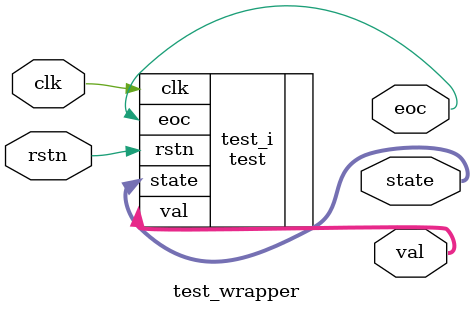
<source format=v>
`timescale 1 ps / 1 ps

module test_wrapper
   (clk,
    eoc,
    rstn,
    state,
    val);
  input clk;
  output eoc;
  input rstn;
  output [1:0]state;
  output [2:0]val;

  wire clk;
  wire eoc;
  wire rstn;
  wire [1:0]state;
  wire [2:0]val;

  test test_i
       (.clk(clk),
        .eoc(eoc),
        .rstn(rstn),
        .state(state),
        .val(val));
endmodule

</source>
